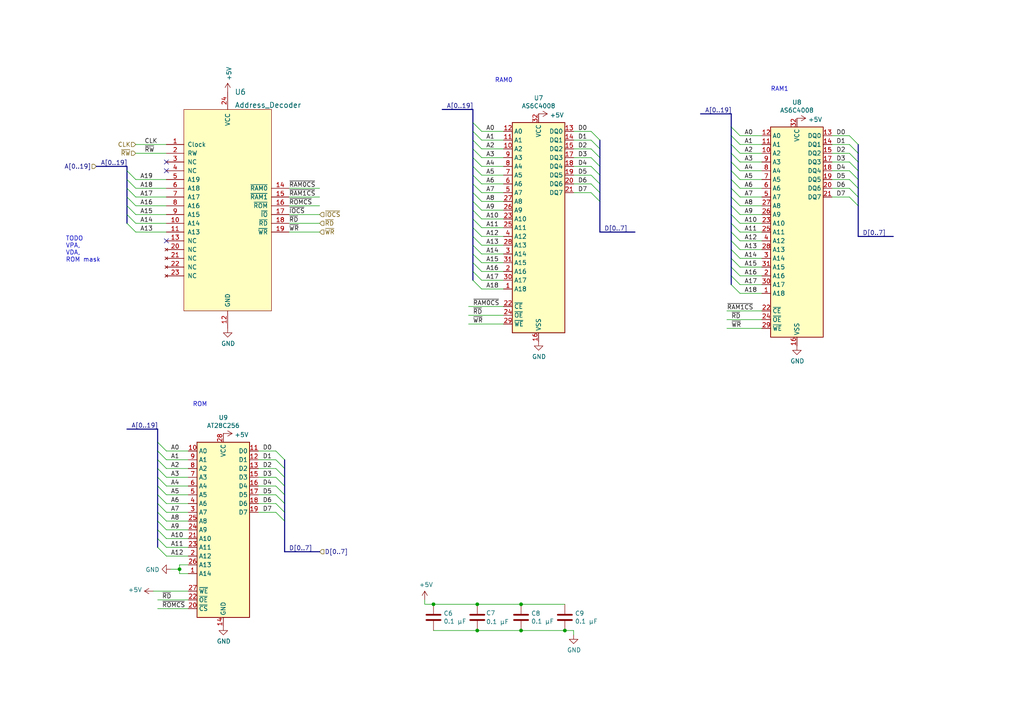
<source format=kicad_sch>
(kicad_sch (version 20211123) (generator eeschema)
  (paper "A4")
  (lib_symbols
    (symbol "Device:C" (pin_numbers hide) (pin_names (offset 0.254))
      (property "Reference" "C" (at 0.635 2.54 0))
      (property "Value" "C" (at 0.635 -2.54 0))
      (symbol "C_0_1"
        (polyline (pts (xy -2.032 -0.762) (xy 2.032 -0.762)) (stroke (width 0.508)))
        (polyline (pts (xy -2.032 0.762) (xy 2.032 0.762)) (stroke (width 0.508)))
      )
      (symbol "C_1_1"
        (pin passive line (at 0 3.81 270) (length 2.794) (name "~") (number "1"))
        (pin passive line (at 0 -3.81 90) (length 2.794) (name "~") (number "2"))
      )
    )
    (symbol "generated_parts:Address_Decoder" (pin_names (offset 1.016))
      (property "Reference" "U" (at 3.81 6.35 0))
      (property "Value" "Address_Decoder" (at 3.81 3.81 0))
      (symbol "Address_Decoder_1_1"
        (rectangle (start 5.08 10.16) (end 30.48 -48.26) (fill (type background)))
        (pin input line (at 0 0 0) (length 5.08) (name "Clock") (number "1"))
        (pin input line (at 0 -22.86 0) (length 5.08) (name "A14") (number "10"))
        (pin input line (at 0 -25.4 0) (length 5.08) (name "A13") (number "11"))
        (pin power_in line (at 17.78 -53.34 90) (length 5.08) (name "GND") (number "12"))
        (pin input line (at 0 -27.94 0) (length 5.08) (name "NC") (number "13"))
        (pin output line (at 35.56 -12.7 180) (length 5.08) (name "~{RAM0}") (number "14"))
        (pin output line (at 35.56 -15.24 180) (length 5.08) (name "~{RAM1}") (number "15"))
        (pin output line (at 35.56 -17.78 180) (length 5.08) (name "~{ROM}") (number "16"))
        (pin output line (at 35.56 -20.32 180) (length 5.08) (name "~{IO}") (number "17"))
        (pin output line (at 35.56 -22.86 180) (length 5.08) (name "~{RD}") (number "18"))
        (pin output line (at 35.56 -25.4 180) (length 5.08) (name "~{WR}") (number "19"))
        (pin input line (at 0 -2.54 0) (length 5.08) (name "RW") (number "2"))
        (pin no_connect line (at 0 -30.48 0) (length 5.08) (name "NC") (number "20"))
        (pin no_connect line (at 0 -33.02 0) (length 5.08) (name "NC") (number "21"))
        (pin no_connect line (at 0 -35.56 0) (length 5.08) (name "NC") (number "22"))
        (pin no_connect line (at 0 -38.1 0) (length 5.08) (name "NC") (number "23"))
        (pin power_in line (at 17.78 15.24 270) (length 5.08) (name "VCC") (number "24"))
        (pin input line (at 0 -5.08 0) (length 5.08) (name "NC") (number "3"))
        (pin input line (at 0 -7.62 0) (length 5.08) (name "NC") (number "4"))
        (pin input line (at 0 -10.16 0) (length 5.08) (name "A19") (number "5"))
        (pin input line (at 0 -12.7 0) (length 5.08) (name "A18") (number "6"))
        (pin input line (at 0 -15.24 0) (length 5.08) (name "A17") (number "7"))
        (pin input line (at 0 -17.78 0) (length 5.08) (name "A16") (number "8"))
        (pin input line (at 0 -20.32 0) (length 5.08) (name "A15") (number "9"))
      )
    )
    (symbol "power:+5V" (power) (pin_names (offset 0))
      (property "Value" "+5V" (at 0 3.556 0))
      (symbol "+5V_0_1"
        (polyline (pts (xy -0.762 1.27) (xy 0 2.54)))
        (polyline (pts (xy 0 0) (xy 0 2.54)))
        (polyline (pts (xy 0 2.54) (xy 0.762 1.27)))
      )
      (symbol "+5V_1_1"
        (pin power_in line (at 0 0 90) (length 0) hide (name "+5V") (number "1"))
      )
    )
    (symbol "power:GND" (power) (pin_names (offset 0))
      (property "Value" "GND" (at 0 -3.81 0))
      (symbol "GND_0_1"
        (polyline (pts (xy 0 0) (xy 0 -1.27) (xy 1.27 -1.27) (xy 0 -2.54) (xy -1.27 -1.27) (xy 0 -1.27)))
      )
      (symbol "GND_1_1"
        (pin power_in line (at 0 0 270) (length 0) hide (name "GND") (number "1"))
      )
    )
    (symbol "project:AS6C4008"
      (property "Reference" "U" (at -7.62 26.67 0))
      (property "Value" "AS6C4008" (at 3.81 -36.83 0))
      (symbol "AS6C4008_0_0"
        (pin input line (at -10.16 -22.86 0) (length 2.54) (name "A18") (number "1"))
        (pin input line (at -10.16 -17.78 0) (length 2.54) (name "A16") (number "2"))
        (pin input line (at -10.16 -20.32 0) (length 2.54) (name "A17") (number "30"))
        (pin input line (at -10.16 -15.24 0) (length 2.54) (name "A15") (number "31"))
      )
      (symbol "AS6C4008_0_1"
        (rectangle (start -7.62 25.4) (end 7.62 -35.56) (stroke (width 0.254)) (fill (type background)))
      )
      (symbol "AS6C4008_1_1"
        (pin input line (at -10.16 17.78 0) (length 2.54) (name "A2") (number "10"))
        (pin input line (at -10.16 20.32 0) (length 2.54) (name "A1") (number "11"))
        (pin input line (at -10.16 22.86 0) (length 2.54) (name "A0") (number "12"))
        (pin tri_state line (at 10.16 22.86 180) (length 2.54) (name "DQ0") (number "13"))
        (pin tri_state line (at 10.16 20.32 180) (length 2.54) (name "DQ1") (number "14"))
        (pin tri_state line (at 10.16 17.78 180) (length 2.54) (name "DQ2") (number "15"))
        (pin power_in line (at 0 -38.1 90) (length 2.54) (name "VSS") (number "16"))
        (pin tri_state line (at 10.16 15.24 180) (length 2.54) (name "DQ3") (number "17"))
        (pin tri_state line (at 10.16 12.7 180) (length 2.54) (name "DQ4") (number "18"))
        (pin tri_state line (at 10.16 10.16 180) (length 2.54) (name "DQ5") (number "19"))
        (pin tri_state line (at 10.16 7.62 180) (length 2.54) (name "DQ6") (number "20"))
        (pin tri_state line (at 10.16 5.08 180) (length 2.54) (name "DQ7") (number "21"))
        (pin input line (at -10.16 -27.94 0) (length 2.54) (name "~{CE}") (number "22"))
        (pin input line (at -10.16 -2.54 0) (length 2.54) (name "A10") (number "23"))
        (pin input line (at -10.16 -30.48 0) (length 2.54) (name "~{OE}") (number "24"))
        (pin input line (at -10.16 -5.08 0) (length 2.54) (name "A11") (number "25"))
        (pin input line (at -10.16 0 0) (length 2.54) (name "A9") (number "26"))
        (pin input line (at -10.16 2.54 0) (length 2.54) (name "A8") (number "27"))
        (pin input line (at -10.16 -10.16 0) (length 2.54) (name "A13") (number "28"))
        (pin input line (at -10.16 -33.02 0) (length 2.54) (name "~{WE}") (number "29"))
        (pin input line (at -10.16 -12.7 0) (length 2.54) (name "A14") (number "3"))
        (pin power_in line (at 0 27.94 270) (length 2.54) (name "VCC") (number "32"))
        (pin input line (at -10.16 -7.62 0) (length 2.54) (name "A12") (number "4"))
        (pin input line (at -10.16 5.08 0) (length 2.54) (name "A7") (number "5"))
        (pin input line (at -10.16 7.62 0) (length 2.54) (name "A6") (number "6"))
        (pin input line (at -10.16 10.16 0) (length 2.54) (name "A5") (number "7"))
        (pin input line (at -10.16 12.7 0) (length 2.54) (name "A4") (number "8"))
        (pin input line (at -10.16 15.24 0) (length 2.54) (name "A3") (number "9"))
      )
    )
    (symbol "project:AT28C256"
      (property "Reference" "U" (at -7.62 26.67 0))
      (property "Value" "AT28C256" (at 2.54 -26.67 0))
      (symbol "AT28C256_1_1"
        (rectangle (start -7.62 25.4) (end 7.62 -25.4) (stroke (width 0.254)) (fill (type background)))
        (pin input line (at -10.16 -12.7 0) (length 2.54) (name "A14") (number "1"))
        (pin input line (at -10.16 22.86 0) (length 2.54) (name "A0") (number "10"))
        (pin tri_state line (at 10.16 22.86 180) (length 2.54) (name "D0") (number "11"))
        (pin tri_state line (at 10.16 20.32 180) (length 2.54) (name "D1") (number "12"))
        (pin tri_state line (at 10.16 17.78 180) (length 2.54) (name "D2") (number "13"))
        (pin power_in line (at 0 -27.94 90) (length 2.54) (name "GND") (number "14"))
        (pin tri_state line (at 10.16 15.24 180) (length 2.54) (name "D3") (number "15"))
        (pin tri_state line (at 10.16 12.7 180) (length 2.54) (name "D4") (number "16"))
        (pin tri_state line (at 10.16 10.16 180) (length 2.54) (name "D5") (number "17"))
        (pin tri_state line (at 10.16 7.62 180) (length 2.54) (name "D6") (number "18"))
        (pin tri_state line (at 10.16 5.08 180) (length 2.54) (name "D7") (number "19"))
        (pin input line (at -10.16 -7.62 0) (length 2.54) (name "A12") (number "2"))
        (pin input line (at -10.16 -22.86 0) (length 2.54) (name "~{CS}") (number "20"))
        (pin input line (at -10.16 -2.54 0) (length 2.54) (name "A10") (number "21"))
        (pin input line (at -10.16 -20.32 0) (length 2.54) (name "~{OE}") (number "22"))
        (pin input line (at -10.16 -5.08 0) (length 2.54) (name "A11") (number "23"))
        (pin input line (at -10.16 0 0) (length 2.54) (name "A9") (number "24"))
        (pin input line (at -10.16 2.54 0) (length 2.54) (name "A8") (number "25"))
        (pin input line (at -10.16 -10.16 0) (length 2.54) (name "A13") (number "26"))
        (pin input line (at -10.16 -17.78 0) (length 2.54) (name "~{WE}") (number "27"))
        (pin power_in line (at 0 27.94 270) (length 2.54) (name "VCC") (number "28"))
        (pin input line (at -10.16 5.08 0) (length 2.54) (name "A7") (number "3"))
        (pin input line (at -10.16 7.62 0) (length 2.54) (name "A6") (number "4"))
        (pin input line (at -10.16 10.16 0) (length 2.54) (name "A5") (number "5"))
        (pin input line (at -10.16 12.7 0) (length 2.54) (name "A4") (number "6"))
        (pin input line (at -10.16 15.24 0) (length 2.54) (name "A3") (number "7"))
        (pin input line (at -10.16 17.78 0) (length 2.54) (name "A2") (number "8"))
        (pin input line (at -10.16 20.32 0) (length 2.54) (name "A1") (number "9"))
      )
    )
  )
  (junction (at 163.83 182.88))
  (junction (at 151.13 182.88))
  (junction (at 151.13 175.26))
  (junction (at 138.43 182.88))
  (junction (at 125.73 175.26))
  (junction (at 138.43 175.26))
  (junction (at 52.07 165.1))
  (no_connect (at 48.26 69.85))
  (no_connect (at 48.26 46.99))
  (no_connect (at 48.26 49.53))
  (bus_entry (at 45.72 148.59) (size 2.54 2.54))
  (bus_entry (at 212.09 62.23) (size 2.54 2.54))
  (bus_entry (at 80.01 143.51) (size 2.54 2.54))
  (bus_entry (at 212.09 67.31) (size 2.54 2.54))
  (bus_entry (at 171.45 40.64) (size 2.54 2.54))
  (bus_entry (at 171.45 53.34) (size 2.54 2.54))
  (bus_entry (at 137.16 68.58) (size 2.54 2.54))
  (bus_entry (at 212.09 44.45) (size 2.54 2.54))
  (bus_entry (at 137.16 81.28) (size 2.54 2.54))
  (bus_entry (at 137.16 53.34) (size 2.54 2.54))
  (bus_entry (at 45.72 140.97) (size 2.54 2.54))
  (bus_entry (at 212.09 39.37) (size 2.54 2.54))
  (bus_entry (at 212.09 69.85) (size 2.54 2.54))
  (bus_entry (at 212.09 80.01) (size 2.54 2.54))
  (bus_entry (at 45.72 128.27) (size 2.54 2.54))
  (bus_entry (at 80.01 138.43) (size 2.54 2.54))
  (bus_entry (at 45.72 156.21) (size 2.54 2.54))
  (bus_entry (at 212.09 46.99) (size 2.54 2.54))
  (bus_entry (at 171.45 43.18) (size 2.54 2.54))
  (bus_entry (at 246.38 49.53) (size 2.54 2.54))
  (bus_entry (at 246.38 44.45) (size 2.54 2.54))
  (bus_entry (at 137.16 78.74) (size 2.54 2.54))
  (bus_entry (at 36.83 59.69) (size 2.54 2.54))
  (bus_entry (at 137.16 35.56) (size 2.54 2.54))
  (bus_entry (at 45.72 130.81) (size 2.54 2.54))
  (bus_entry (at 171.45 55.88) (size 2.54 2.54))
  (bus_entry (at 137.16 45.72) (size 2.54 2.54))
  (bus_entry (at 212.09 82.55) (size 2.54 2.54))
  (bus_entry (at 36.83 62.23) (size 2.54 2.54))
  (bus_entry (at 212.09 64.77) (size 2.54 2.54))
  (bus_entry (at 36.83 49.53) (size 2.54 2.54))
  (bus_entry (at 171.45 48.26) (size 2.54 2.54))
  (bus_entry (at 80.01 133.35) (size 2.54 2.54))
  (bus_entry (at 36.83 64.77) (size 2.54 2.54))
  (bus_entry (at 246.38 54.61) (size 2.54 2.54))
  (bus_entry (at 36.83 52.07) (size 2.54 2.54))
  (bus_entry (at 137.16 76.2) (size 2.54 2.54))
  (bus_entry (at 246.38 46.99) (size 2.54 2.54))
  (bus_entry (at 212.09 41.91) (size 2.54 2.54))
  (bus_entry (at 137.16 48.26) (size 2.54 2.54))
  (bus_entry (at 80.01 140.97) (size 2.54 2.54))
  (bus_entry (at 137.16 58.42) (size 2.54 2.54))
  (bus_entry (at 45.72 146.05) (size 2.54 2.54))
  (bus_entry (at 45.72 151.13) (size 2.54 2.54))
  (bus_entry (at 45.72 138.43) (size 2.54 2.54))
  (bus_entry (at 212.09 72.39) (size 2.54 2.54))
  (bus_entry (at 212.09 52.07) (size 2.54 2.54))
  (bus_entry (at 171.45 45.72) (size 2.54 2.54))
  (bus_entry (at 137.16 55.88) (size 2.54 2.54))
  (bus_entry (at 45.72 158.75) (size 2.54 2.54))
  (bus_entry (at 212.09 36.83) (size 2.54 2.54))
  (bus_entry (at 36.83 57.15) (size 2.54 2.54))
  (bus_entry (at 246.38 57.15) (size 2.54 2.54))
  (bus_entry (at 137.16 50.8) (size 2.54 2.54))
  (bus_entry (at 246.38 52.07) (size 2.54 2.54))
  (bus_entry (at 212.09 59.69) (size 2.54 2.54))
  (bus_entry (at 45.72 153.67) (size 2.54 2.54))
  (bus_entry (at 137.16 40.64) (size 2.54 2.54))
  (bus_entry (at 212.09 77.47) (size 2.54 2.54))
  (bus_entry (at 45.72 133.35) (size 2.54 2.54))
  (bus_entry (at 137.16 38.1) (size 2.54 2.54))
  (bus_entry (at 212.09 54.61) (size 2.54 2.54))
  (bus_entry (at 212.09 74.93) (size 2.54 2.54))
  (bus_entry (at 45.72 135.89) (size 2.54 2.54))
  (bus_entry (at 212.09 49.53) (size 2.54 2.54))
  (bus_entry (at 80.01 146.05) (size 2.54 2.54))
  (bus_entry (at 137.16 60.96) (size 2.54 2.54))
  (bus_entry (at 45.72 143.51) (size 2.54 2.54))
  (bus_entry (at 137.16 63.5) (size 2.54 2.54))
  (bus_entry (at 80.01 135.89) (size 2.54 2.54))
  (bus_entry (at 246.38 39.37) (size 2.54 2.54))
  (bus_entry (at 137.16 66.04) (size 2.54 2.54))
  (bus_entry (at 137.16 43.18) (size 2.54 2.54))
  (bus_entry (at 137.16 73.66) (size 2.54 2.54))
  (bus_entry (at 80.01 148.59) (size 2.54 2.54))
  (bus_entry (at 80.01 130.81) (size 2.54 2.54))
  (bus_entry (at 36.83 54.61) (size 2.54 2.54))
  (bus_entry (at 171.45 50.8) (size 2.54 2.54))
  (bus_entry (at 246.38 41.91) (size 2.54 2.54))
  (bus_entry (at 137.16 71.12) (size 2.54 2.54))
  (bus_entry (at 212.09 57.15) (size 2.54 2.54))
  (bus_entry (at 171.45 38.1) (size 2.54 2.54))
  (bus (pts (xy 173.99 55.88) (xy 173.99 58.42)))
  (bus (pts (xy 248.92 49.53) (xy 248.92 52.07)))
  (wire (pts (xy 74.93 133.35) (xy 80.01 133.35)))
  (wire (pts (xy 125.73 175.26) (xy 123.19 175.26)))
  (wire (pts (xy 166.37 40.64) (xy 171.45 40.64)))
  (bus (pts (xy 248.92 57.15) (xy 248.92 59.69)))
  (wire (pts (xy 139.7 76.2) (xy 146.05 76.2)))
  (wire (pts (xy 83.82 59.69) (xy 92.71 59.69)))
  (bus (pts (xy 36.83 59.69) (xy 36.83 62.23)))
  (wire (pts (xy 83.82 54.61) (xy 92.71 54.61)))
  (bus (pts (xy 82.55 140.97) (xy 82.55 143.51)))
  (wire (pts (xy 214.63 82.55) (xy 220.98 82.55)))
  (wire (pts (xy 139.7 55.88) (xy 146.05 55.88)))
  (wire (pts (xy 48.26 148.59) (xy 54.61 148.59)))
  (wire (pts (xy 48.26 52.07) (xy 39.37 52.07)))
  (bus (pts (xy 45.72 148.59) (xy 45.72 151.13)))
  (bus (pts (xy 45.72 124.46) (xy 45.72 128.27)))
  (wire (pts (xy 139.7 53.34) (xy 146.05 53.34)))
  (wire (pts (xy 74.93 140.97) (xy 80.01 140.97)))
  (bus (pts (xy 212.09 69.85) (xy 212.09 72.39)))
  (wire (pts (xy 241.3 54.61) (xy 246.38 54.61)))
  (wire (pts (xy 241.3 49.53) (xy 246.38 49.53)))
  (wire (pts (xy 135.89 91.44) (xy 146.05 91.44)))
  (wire (pts (xy 241.3 57.15) (xy 246.38 57.15)))
  (wire (pts (xy 44.45 171.45) (xy 54.61 171.45)))
  (wire (pts (xy 48.26 151.13) (xy 54.61 151.13)))
  (wire (pts (xy 83.82 64.77) (xy 92.71 64.77)))
  (bus (pts (xy 137.16 55.88) (xy 137.16 58.42)))
  (wire (pts (xy 39.37 57.15) (xy 48.26 57.15)))
  (wire (pts (xy 139.7 48.26) (xy 146.05 48.26)))
  (bus (pts (xy 45.72 133.35) (xy 45.72 135.89)))
  (wire (pts (xy 48.26 146.05) (xy 54.61 146.05)))
  (bus (pts (xy 137.16 53.34) (xy 137.16 55.88)))
  (bus (pts (xy 36.83 49.53) (xy 36.83 52.07)))
  (bus (pts (xy 212.09 59.69) (xy 212.09 62.23)))
  (bus (pts (xy 45.72 143.51) (xy 45.72 146.05)))
  (wire (pts (xy 214.63 67.31) (xy 220.98 67.31)))
  (wire (pts (xy 214.63 64.77) (xy 220.98 64.77)))
  (wire (pts (xy 48.26 130.81) (xy 54.61 130.81)))
  (bus (pts (xy 137.16 68.58) (xy 137.16 71.12)))
  (bus (pts (xy 137.16 78.74) (xy 137.16 81.28)))
  (bus (pts (xy 45.72 156.21) (xy 45.72 158.75)))
  (wire (pts (xy 214.63 72.39) (xy 220.98 72.39)))
  (wire (pts (xy 39.37 64.77) (xy 48.26 64.77)))
  (bus (pts (xy 36.83 62.23) (xy 36.83 64.77)))
  (bus (pts (xy 173.99 43.18) (xy 173.99 45.72)))
  (bus (pts (xy 212.09 62.23) (xy 212.09 64.77)))
  (wire (pts (xy 146.05 93.98) (xy 135.89 93.98)))
  (wire (pts (xy 39.37 62.23) (xy 48.26 62.23)))
  (bus (pts (xy 137.16 60.96) (xy 137.16 63.5)))
  (bus (pts (xy 212.09 80.01) (xy 212.09 82.55)))
  (bus (pts (xy 45.72 140.97) (xy 45.72 143.51)))
  (wire (pts (xy 214.63 49.53) (xy 220.98 49.53)))
  (wire (pts (xy 48.26 138.43) (xy 54.61 138.43)))
  (bus (pts (xy 248.92 54.61) (xy 248.92 57.15)))
  (wire (pts (xy 166.37 50.8) (xy 171.45 50.8)))
  (wire (pts (xy 48.26 140.97) (xy 54.61 140.97)))
  (bus (pts (xy 137.16 71.12) (xy 137.16 73.66)))
  (wire (pts (xy 214.63 54.61) (xy 220.98 54.61)))
  (bus (pts (xy 137.16 40.64) (xy 137.16 43.18)))
  (bus (pts (xy 45.72 128.27) (xy 45.72 130.81)))
  (bus (pts (xy 137.16 73.66) (xy 137.16 76.2)))
  (wire (pts (xy 52.07 165.1) (xy 52.07 163.83)))
  (wire (pts (xy 214.63 85.09) (xy 220.98 85.09)))
  (bus (pts (xy 212.09 77.47) (xy 212.09 80.01)))
  (bus (pts (xy 212.09 33.02) (xy 212.09 36.83)))
  (bus (pts (xy 82.55 133.35) (xy 82.55 135.89)))
  (wire (pts (xy 214.63 52.07) (xy 220.98 52.07)))
  (bus (pts (xy 137.16 43.18) (xy 137.16 45.72)))
  (bus (pts (xy 212.09 46.99) (xy 212.09 49.53)))
  (bus (pts (xy 212.09 49.53) (xy 212.09 52.07)))
  (wire (pts (xy 166.37 182.88) (xy 166.37 184.15)))
  (bus (pts (xy 203.2 33.02) (xy 212.09 33.02)))
  (wire (pts (xy 83.82 67.31) (xy 92.71 67.31)))
  (wire (pts (xy 214.63 59.69) (xy 220.98 59.69)))
  (wire (pts (xy 210.82 90.17) (xy 220.98 90.17)))
  (wire (pts (xy 163.83 182.88) (xy 166.37 182.88)))
  (wire (pts (xy 48.26 156.21) (xy 54.61 156.21)))
  (wire (pts (xy 139.7 66.04) (xy 146.05 66.04)))
  (wire (pts (xy 214.63 74.93) (xy 220.98 74.93)))
  (bus (pts (xy 128.27 31.75) (xy 137.16 31.75)))
  (wire (pts (xy 214.63 77.47) (xy 220.98 77.47)))
  (bus (pts (xy 248.92 52.07) (xy 248.92 54.61)))
  (wire (pts (xy 74.93 135.89) (xy 80.01 135.89)))
  (wire (pts (xy 210.82 92.71) (xy 220.98 92.71)))
  (wire (pts (xy 48.26 153.67) (xy 54.61 153.67)))
  (bus (pts (xy 137.16 66.04) (xy 137.16 68.58)))
  (bus (pts (xy 212.09 52.07) (xy 212.09 54.61)))
  (wire (pts (xy 241.3 46.99) (xy 246.38 46.99)))
  (wire (pts (xy 139.7 83.82) (xy 146.05 83.82)))
  (wire (pts (xy 166.37 38.1) (xy 171.45 38.1)))
  (wire (pts (xy 49.53 165.1) (xy 52.07 165.1)))
  (wire (pts (xy 139.7 78.74) (xy 146.05 78.74)))
  (wire (pts (xy 166.37 48.26) (xy 171.45 48.26)))
  (bus (pts (xy 45.72 151.13) (xy 45.72 153.67)))
  (wire (pts (xy 138.43 175.26) (xy 151.13 175.26)))
  (wire (pts (xy 166.37 43.18) (xy 171.45 43.18)))
  (wire (pts (xy 125.73 175.26) (xy 138.43 175.26)))
  (bus (pts (xy 137.16 76.2) (xy 137.16 78.74)))
  (bus (pts (xy 137.16 45.72) (xy 137.16 48.26)))
  (wire (pts (xy 214.63 46.99) (xy 220.98 46.99)))
  (bus (pts (xy 137.16 58.42) (xy 137.16 60.96)))
  (bus (pts (xy 82.55 138.43) (xy 82.55 140.97)))
  (wire (pts (xy 166.37 53.34) (xy 171.45 53.34)))
  (bus (pts (xy 248.92 41.91) (xy 248.92 44.45)))
  (wire (pts (xy 139.7 43.18) (xy 146.05 43.18)))
  (wire (pts (xy 125.73 182.88) (xy 138.43 182.88)))
  (bus (pts (xy 248.92 59.69) (xy 248.92 68.58)))
  (wire (pts (xy 139.7 63.5) (xy 146.05 63.5)))
  (bus (pts (xy 137.16 48.26) (xy 137.16 50.8)))
  (bus (pts (xy 45.72 130.81) (xy 45.72 133.35)))
  (wire (pts (xy 166.37 45.72) (xy 171.45 45.72)))
  (bus (pts (xy 137.16 31.75) (xy 137.16 35.56)))
  (wire (pts (xy 214.63 57.15) (xy 220.98 57.15)))
  (wire (pts (xy 48.26 158.75) (xy 54.61 158.75)))
  (wire (pts (xy 39.37 41.91) (xy 48.26 41.91)))
  (wire (pts (xy 139.7 71.12) (xy 146.05 71.12)))
  (wire (pts (xy 54.61 176.53) (xy 45.72 176.53)))
  (wire (pts (xy 241.3 44.45) (xy 246.38 44.45)))
  (bus (pts (xy 212.09 54.61) (xy 212.09 57.15)))
  (wire (pts (xy 39.37 54.61) (xy 48.26 54.61)))
  (bus (pts (xy 45.72 146.05) (xy 45.72 148.59)))
  (bus (pts (xy 248.92 46.99) (xy 248.92 49.53)))
  (wire (pts (xy 48.26 143.51) (xy 54.61 143.51)))
  (bus (pts (xy 212.09 72.39) (xy 212.09 74.93)))
  (bus (pts (xy 27.94 48.26) (xy 36.83 48.26)))
  (bus (pts (xy 173.99 45.72) (xy 173.99 48.26)))
  (wire (pts (xy 74.93 143.51) (xy 80.01 143.51)))
  (bus (pts (xy 173.99 40.64) (xy 173.99 43.18)))
  (wire (pts (xy 241.3 41.91) (xy 246.38 41.91)))
  (bus (pts (xy 248.92 68.58) (xy 259.08 68.58)))
  (wire (pts (xy 39.37 67.31) (xy 48.26 67.31)))
  (wire (pts (xy 123.19 175.26) (xy 123.19 173.99)))
  (wire (pts (xy 214.63 41.91) (xy 220.98 41.91)))
  (bus (pts (xy 248.92 44.45) (xy 248.92 46.99)))
  (bus (pts (xy 82.55 135.89) (xy 82.55 138.43)))
  (wire (pts (xy 139.7 68.58) (xy 146.05 68.58)))
  (wire (pts (xy 139.7 40.64) (xy 146.05 40.64)))
  (wire (pts (xy 166.37 55.88) (xy 171.45 55.88)))
  (bus (pts (xy 82.55 160.02) (xy 92.71 160.02)))
  (wire (pts (xy 151.13 175.26) (xy 163.83 175.26)))
  (wire (pts (xy 74.93 148.59) (xy 80.01 148.59)))
  (bus (pts (xy 45.72 135.89) (xy 45.72 138.43)))
  (bus (pts (xy 212.09 44.45) (xy 212.09 46.99)))
  (bus (pts (xy 137.16 63.5) (xy 137.16 66.04)))
  (bus (pts (xy 212.09 67.31) (xy 212.09 69.85)))
  (wire (pts (xy 52.07 165.1) (xy 52.07 166.37)))
  (wire (pts (xy 151.13 182.88) (xy 163.83 182.88)))
  (wire (pts (xy 241.3 39.37) (xy 246.38 39.37)))
  (wire (pts (xy 139.7 45.72) (xy 146.05 45.72)))
  (wire (pts (xy 214.63 80.01) (xy 220.98 80.01)))
  (wire (pts (xy 74.93 146.05) (xy 80.01 146.05)))
  (bus (pts (xy 137.16 38.1) (xy 137.16 40.64)))
  (bus (pts (xy 212.09 39.37) (xy 212.09 41.91)))
  (wire (pts (xy 74.93 138.43) (xy 80.01 138.43)))
  (wire (pts (xy 220.98 95.25) (xy 210.82 95.25)))
  (bus (pts (xy 173.99 53.34) (xy 173.99 55.88)))
  (wire (pts (xy 39.37 59.69) (xy 48.26 59.69)))
  (wire (pts (xy 48.26 161.29) (xy 54.61 161.29)))
  (bus (pts (xy 45.72 153.67) (xy 45.72 156.21)))
  (bus (pts (xy 45.72 138.43) (xy 45.72 140.97)))
  (bus (pts (xy 36.83 52.07) (xy 36.83 54.61)))
  (wire (pts (xy 135.89 88.9) (xy 146.05 88.9)))
  (wire (pts (xy 83.82 62.23) (xy 92.71 62.23)))
  (bus (pts (xy 212.09 64.77) (xy 212.09 67.31)))
  (wire (pts (xy 83.82 57.15) (xy 92.71 57.15)))
  (bus (pts (xy 36.83 57.15) (xy 36.83 59.69)))
  (wire (pts (xy 214.63 62.23) (xy 220.98 62.23)))
  (wire (pts (xy 139.7 38.1) (xy 146.05 38.1)))
  (bus (pts (xy 173.99 50.8) (xy 173.99 53.34)))
  (wire (pts (xy 214.63 44.45) (xy 220.98 44.45)))
  (wire (pts (xy 48.26 135.89) (xy 54.61 135.89)))
  (bus (pts (xy 212.09 74.93) (xy 212.09 77.47)))
  (wire (pts (xy 214.63 69.85) (xy 220.98 69.85)))
  (wire (pts (xy 52.07 166.37) (xy 54.61 166.37)))
  (bus (pts (xy 173.99 58.42) (xy 173.99 67.31)))
  (bus (pts (xy 137.16 35.56) (xy 137.16 38.1)))
  (wire (pts (xy 48.26 133.35) (xy 54.61 133.35)))
  (bus (pts (xy 82.55 146.05) (xy 82.55 148.59)))
  (bus (pts (xy 82.55 143.51) (xy 82.55 146.05)))
  (wire (pts (xy 54.61 173.99) (xy 45.72 173.99)))
  (wire (pts (xy 139.7 81.28) (xy 146.05 81.28)))
  (bus (pts (xy 212.09 41.91) (xy 212.09 44.45)))
  (bus (pts (xy 173.99 48.26) (xy 173.99 50.8)))
  (bus (pts (xy 36.83 54.61) (xy 36.83 57.15)))
  (wire (pts (xy 139.7 58.42) (xy 146.05 58.42)))
  (bus (pts (xy 36.83 48.26) (xy 36.83 49.53)))
  (bus (pts (xy 173.99 67.31) (xy 184.15 67.31)))
  (bus (pts (xy 212.09 36.83) (xy 212.09 39.37)))
  (wire (pts (xy 139.7 73.66) (xy 146.05 73.66)))
  (bus (pts (xy 82.55 148.59) (xy 82.55 151.13)))
  (wire (pts (xy 139.7 60.96) (xy 146.05 60.96)))
  (wire (pts (xy 138.43 182.88) (xy 151.13 182.88)))
  (wire (pts (xy 74.93 130.81) (xy 80.01 130.81)))
  (bus (pts (xy 82.55 151.13) (xy 82.55 160.02)))
  (wire (pts (xy 39.37 44.45) (xy 48.26 44.45)))
  (wire (pts (xy 241.3 52.07) (xy 246.38 52.07)))
  (wire (pts (xy 214.63 39.37) (xy 220.98 39.37)))
  (bus (pts (xy 212.09 57.15) (xy 212.09 59.69)))
  (bus (pts (xy 36.83 124.46) (xy 45.72 124.46)))
  (wire (pts (xy 139.7 50.8) (xy 146.05 50.8)))
  (wire (pts (xy 52.07 163.83) (xy 54.61 163.83)))
  (bus (pts (xy 137.16 50.8) (xy 137.16 53.34)))
  (text "TODO\nVPA,\nVDA,\nROM mask" (at 19.05 76.2 0) (effects (font (size 1.27 1.27)) (justify left bottom)))
  (text "ROM" (at 55.88 118.11 0) (effects (font (size 1.27 1.27)) (justify left bottom)))
  (text "RAM0" (at 143.51 24.13 0) (effects (font (size 1.27 1.27)) (justify left bottom)))
  (text "RAM1" (at 223.52 26.67 0) (effects (font (size 1.27 1.27)) (justify left bottom)))
  (label "~{RAM0CS}" (at 137.16 88.9 0))
  (label "A14" (at 140.97 73.66 0))
  (label "~{RAM1CS}" (at 210.82 90.17 0))
  (label "A0" (at 215.9 39.37 0))
  (label "A19" (at 40.64 52.07 0))
  (label "D1" (at 167.64 40.64 0))
  (label "~{WR}" (at 137.16 93.98 0))
  (label "D6" (at 76.2 146.05 0))
  (label "D7" (at 76.2 148.59 0))
  (label "~{RAM0CS}" (at 83.82 54.61 0))
  (label "A0" (at 140.97 38.1 0))
  (label "A17" (at 40.64 57.15 0))
  (label "A14" (at 40.64 64.77 0))
  (label "~{ROMCS}" (at 46.99 176.53 0))
  (label "D2" (at 242.57 44.45 0))
  (label "A9" (at 215.9 62.23 0))
  (label "A11" (at 140.97 66.04 0))
  (label "A3" (at 215.9 46.99 0))
  (label "A17" (at 215.9 82.55 0))
  (label "~{WR}" (at 212.09 95.25 0))
  (label "A3" (at 49.53 138.43 0))
  (label "D2" (at 76.2 135.89 0))
  (label "D3" (at 167.64 45.72 0))
  (label "A15" (at 215.9 77.47 0))
  (label "A17" (at 140.97 81.28 0))
  (label "~{ROMCS}" (at 83.82 59.69 0))
  (label "A5" (at 49.53 143.51 0))
  (label "~{RAM1CS}" (at 83.82 57.15 0))
  (label "D3" (at 242.57 46.99 0))
  (label "A4" (at 140.97 48.26 0))
  (label "A11" (at 215.9 67.31 0))
  (label "A13" (at 215.9 72.39 0))
  (label "A0" (at 49.53 130.81 0))
  (label "A10" (at 49.53 156.21 0))
  (label "D6" (at 242.57 54.61 0))
  (label "A18" (at 140.97 83.82 0))
  (label "D0" (at 242.57 39.37 0))
  (label "D5" (at 76.2 143.51 0))
  (label "~{RD}" (at 212.09 92.71 0))
  (label "A8" (at 49.53 151.13 0))
  (label "D4" (at 242.57 49.53 0))
  (label "A13" (at 140.97 71.12 0))
  (label "D7" (at 167.64 55.88 0))
  (label "CLK" (at 41.91 41.91 0))
  (label "A15" (at 140.97 76.2 0))
  (label "A15" (at 40.64 62.23 0))
  (label "~{WR}" (at 83.82 67.31 0))
  (label "~{RD}" (at 83.82 64.77 0))
  (label "A7" (at 215.9 57.15 0))
  (label "A1" (at 49.53 133.35 0))
  (label "A4" (at 215.9 49.53 0))
  (label "A12" (at 215.9 69.85 0))
  (label "A[0..19]" (at 29.21 48.26 0))
  (label "D5" (at 167.64 50.8 0))
  (label "D7" (at 242.57 57.15 0))
  (label "A13" (at 40.64 67.31 0))
  (label "D2" (at 167.64 43.18 0))
  (label "A1" (at 215.9 41.91 0))
  (label "A7" (at 140.97 55.88 0))
  (label "D1" (at 242.57 41.91 0))
  (label "D3" (at 76.2 138.43 0))
  (label "A12" (at 49.53 161.29 0))
  (label "~{RD}" (at 46.99 173.99 0))
  (label "A2" (at 140.97 43.18 0))
  (label "A12" (at 140.97 68.58 0))
  (label "D0" (at 76.2 130.81 0))
  (label "A2" (at 215.9 44.45 0))
  (label "A18" (at 215.9 85.09 0))
  (label "D0" (at 167.64 38.1 0))
  (label "D[0..7]" (at 175.26 67.31 0))
  (label "A6" (at 215.9 54.61 0))
  (label "D4" (at 167.64 48.26 0))
  (label "A[0..19]" (at 38.1 124.46 0))
  (label "A8" (at 215.9 59.69 0))
  (label "A11" (at 49.53 158.75 0))
  (label "D[0..7]" (at 250.19 68.58 0))
  (label "A6" (at 140.97 53.34 0))
  (label "A[0..19]" (at 204.47 33.02 0))
  (label "A3" (at 140.97 45.72 0))
  (label "A6" (at 49.53 146.05 0))
  (label "A16" (at 40.64 59.69 0))
  (label "A4" (at 49.53 140.97 0))
  (label "D1" (at 76.2 133.35 0))
  (label "A18" (at 40.64 54.61 0))
  (label "~{RD}" (at 137.16 91.44 0))
  (label "A5" (at 215.9 52.07 0))
  (label "A16" (at 140.97 78.74 0))
  (label "A2" (at 49.53 135.89 0))
  (label "A9" (at 49.53 153.67 0))
  (label "A7" (at 49.53 148.59 0))
  (label "A1" (at 140.97 40.64 0))
  (label "D4" (at 76.2 140.97 0))
  (label "~{RW}" (at 41.91 44.45 0))
  (label "D6" (at 167.64 53.34 0))
  (label "A[0..19]" (at 129.54 31.75 0))
  (label "A14" (at 215.9 74.93 0))
  (label "A5" (at 140.97 50.8 0))
  (label "D[0..7]" (at 83.82 160.02 0))
  (label "~{IOCS}" (at 83.82 62.23 0))
  (label "A8" (at 140.97 58.42 0))
  (label "A10" (at 215.9 64.77 0))
  (label "A10" (at 140.97 63.5 0))
  (label "A9" (at 140.97 60.96 0))
  (label "A16" (at 215.9 80.01 0))
  (label "D5" (at 242.57 52.07 0))
  (hierarchical_label "~{RD}" (shape input) (at 92.71 64.77 0))
  (hierarchical_label "A[0..19]" (shape input) (at 27.94 48.26 180))
  (hierarchical_label "D[0..7]" (shape input) (at 92.71 160.02 0))
  (hierarchical_label "CLK" (shape input) (at 39.37 41.91 180))
  (hierarchical_label "~{WR}" (shape input) (at 92.71 67.31 0))
  (hierarchical_label "~{IOCS}" (shape input) (at 92.71 62.23 0))
  (hierarchical_label "~{RW}" (shape input) (at 39.37 44.45 180))
  (symbol (lib_id "power:+5V") (at 156.21 33.02 270) (unit 1)
    (property "Reference" "#PWR022" (effects hide))
    (property "Value" "+5V" (at 159.4612 33.401 90) (effects (justify left)))
  )
  (symbol (lib_id "power:GND") (at 156.21 99.06 0) (unit 1)
    (property "Reference" "#PWR025" (effects hide))
    (property "Value" "GND" (at 156.337 103.4542 0))
  )
  (symbol (lib_id "power:GND") (at 64.77 181.61 0) (unit 1)
    (property "Reference" "#PWR031" (effects hide))
    (property "Value" "GND" (at 64.897 186.0042 0))
  )
  (symbol (lib_id "power:+5V") (at 64.77 125.73 270) (unit 1)
    (property "Reference" "#PWR027" (effects hide))
    (property "Value" "+5V" (at 68.0212 126.111 90) (effects (justify left)))
  )
  (symbol (lib_id "power:GND") (at 66.04 95.25 0) (unit 1)
    (property "Reference" "#PWR024" (effects hide))
    (property "Value" "GND" (at 66.167 99.6442 0))
  )
  (symbol (lib_id "power:+5V") (at 66.04 26.67 0) (unit 1)
    (property "Reference" "#PWR021" (effects hide))
    (property "Value" "+5V" (at 66.421 23.4188 90) (effects (justify left)))
  )
  (symbol (lib_id "power:GND") (at 49.53 165.1 270) (unit 1)
    (property "Reference" "#PWR028" (effects hide))
    (property "Value" "GND" (at 46.2788 165.227 90) (effects (justify right)))
  )
  (symbol (lib_id "power:+5V") (at 44.45 171.45 90) (unit 1)
    (property "Reference" "#PWR029" (effects hide))
    (property "Value" "+5V" (at 41.1988 171.069 90) (effects (justify left)))
  )
  (symbol (lib_id "project:AT28C256") (at 64.77 153.67 0) (unit 1)
    (property "Reference" "U9" (at 64.77 121.1326 0))
    (property "Value" "AT28C256" (at 64.77 123.444 0))
    (property "Footprint" "Package_DIP:DIP-28_W15.24mm_Socket" (effects hide))
  )
  (symbol (lib_id "project:AS6C4008") (at 156.21 60.96 0) (unit 1)
    (property "Reference" "U7" (at 156.21 28.4226 0))
    (property "Value" "AS6C4008" (at 156.21 30.734 0))
    (property "Footprint" "Package_DIP:DIP-32_W15.24mm_Socket" (effects hide))
  )
  (symbol (lib_id "Device:C") (at 125.73 179.07 0) (unit 1)
    (property "Reference" "C6" (at 128.651 177.9016 0) (effects (justify left)))
    (property "Value" "0.1 µF" (at 128.651 180.213 0) (effects (justify left)))
    (property "Footprint" "Capacitor_SMD:C_0603_1608Metric_Pad1.08x0.95mm_HandSolder" (effects hide))
  )
  (symbol (lib_id "Device:C") (at 138.43 179.07 0) (unit 1)
    (property "Reference" "C7" (at 140.97 177.8 0) (effects (justify left)))
    (property "Value" "0.1 µF" (at 140.97 180.34 0) (effects (justify left)))
    (property "Footprint" "Capacitor_SMD:C_0603_1608Metric_Pad1.08x0.95mm_HandSolder" (effects hide))
  )
  (symbol (lib_id "Device:C") (at 151.13 179.07 0) (unit 1)
    (property "Reference" "C8" (at 154.051 177.9016 0) (effects (justify left)))
    (property "Value" "0.1 µF" (at 154.051 180.213 0) (effects (justify left)))
    (property "Footprint" "Capacitor_SMD:C_0603_1608Metric_Pad1.08x0.95mm_HandSolder" (effects hide))
  )
  (symbol (lib_id "Device:C") (at 163.83 179.07 0) (unit 1)
    (property "Reference" "C9" (at 166.751 177.9016 0) (effects (justify left)))
    (property "Value" "0.1 µF" (at 166.751 180.213 0) (effects (justify left)))
    (property "Footprint" "Capacitor_SMD:C_0603_1608Metric_Pad1.08x0.95mm_HandSolder" (effects hide))
  )
  (symbol (lib_id "power:+5V") (at 123.19 173.99 0) (unit 1)
    (property "Reference" "#PWR030" (effects hide))
    (property "Value" "+5V" (at 123.571 169.5958 0))
  )
  (symbol (lib_id "power:GND") (at 166.37 184.15 0) (unit 1)
    (property "Reference" "#PWR032" (effects hide))
    (property "Value" "GND" (at 166.497 188.5442 0))
  )
  (symbol (lib_id "power:+5V") (at 231.14 34.29 270) (unit 1)
    (property "Reference" "#PWR023" (effects hide))
    (property "Value" "+5V" (at 234.3912 34.671 90) (effects (justify left)))
  )
  (symbol (lib_id "project:AS6C4008") (at 231.14 62.23 0) (unit 1)
    (property "Reference" "U8" (at 231.14 29.6926 0))
    (property "Value" "AS6C4008" (at 231.14 32.004 0))
    (property "Footprint" "Package_DIP:DIP-32_W15.24mm_Socket" (effects hide))
  )
  (symbol (lib_id "generated_parts:Address_Decoder") (at 48.26 41.91 0) (unit 1)
    (property "Reference" "U6" (at 68.0594 26.67 0) (effects (font (size 1.524 1.524)) (justify left)))
    (property "Value" "Address_Decoder" (at 68.0594 30.48 0) (effects (font (size 1.524 1.524)) (justify left)))
    (property "Footprint" "Package_DIP:DIP-24_W7.62mm_Socket" (effects hide))
  )
  (symbol (lib_id "power:GND") (at 231.14 100.33 0) (unit 1)
    (property "Reference" "#PWR026" (effects hide))
    (property "Value" "GND" (at 231.267 104.7242 0))
  )
)
</source>
